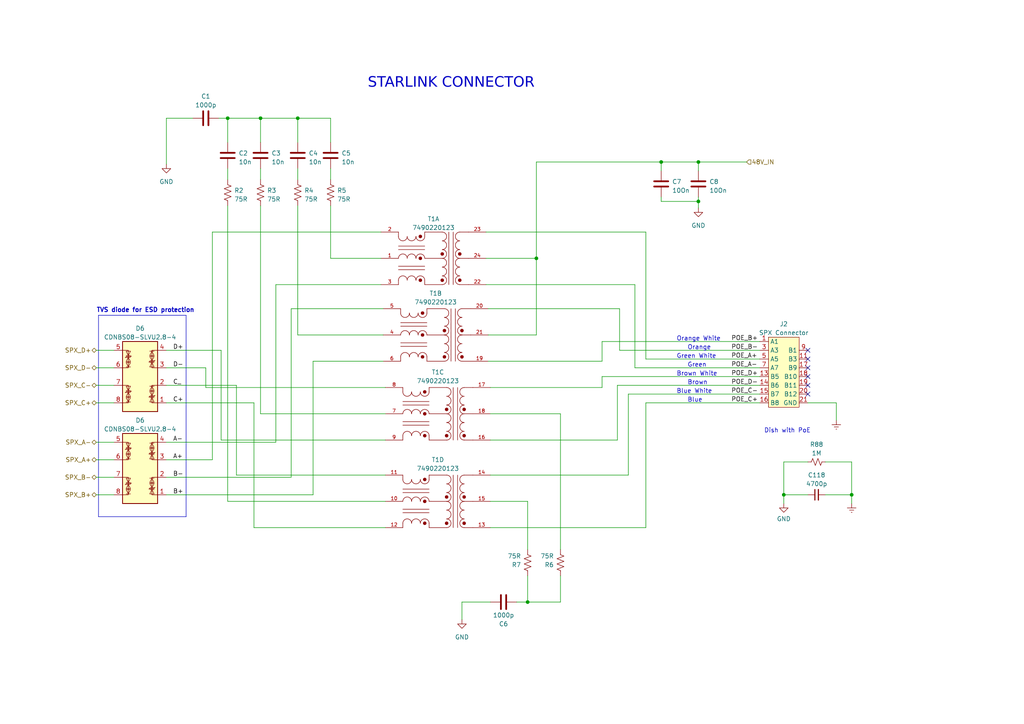
<source format=kicad_sch>
(kicad_sch (version 20230121) (generator eeschema)
  (paper "A4")
  (lib_symbols
    (symbol "7490220123:7490220123" (pin_names (offset 1.016))
      (property "Reference" "T" (at -10.6719 8.1359 0))
      (property "Value" "7490220123" (at -10.1614 -10.1627 0))
      (symbol "7490220123_1_0"
        (arc (start -10.16 6.35) (mid -8.89 5.0855) (end -7.62 6.35) (stroke (width 0.1524)))
        (arc (start -7.62 -6.35) (mid -8.89 -5.0855) (end -10.16 -6.35) (stroke (width 0.1524)))
        (arc (start -7.62 0) (mid -8.89 1.2645) (end -10.16 0) (stroke (width 0.1524)))
        (arc (start -7.62 6.35) (mid -6.35 5.0855) (end -5.08 6.35) (stroke (width 0.1524)))
        (arc (start -5.08 -6.35) (mid -6.35 -5.0855) (end -7.62 -6.35) (stroke (width 0.1524)))
        (arc (start -5.08 0) (mid -6.35 1.2645) (end -7.62 0) (stroke (width 0.1524)))
        (arc (start -5.08 6.35) (mid -3.81 5.0855) (end -2.54 6.35) (stroke (width 0.1524)))
        (circle (center -3.81 -6.35) (radius 0.254) (stroke (width 0.508)))
        (circle (center -3.81 0) (radius 0.254) (stroke (width 0.508)))
        (circle (center -3.81 6.35) (radius 0.254) (stroke (width 0.508)))
        (arc (start -2.54 -6.35) (mid -3.81 -5.0855) (end -5.08 -6.35) (stroke (width 0.1524)))
        (arc (start -2.54 0) (mid -3.81 1.2645) (end -5.08 0) (stroke (width 0.1524)))
        (polyline (pts (xy -10.16 -6.35) (xy -10.16 -7.62)) (stroke (width 0.1524)))
        (polyline (pts (xy -10.16 -3.302) (xy -2.54 -3.302)) (stroke (width 0.1524)))
        (polyline (pts (xy -10.16 -2.286) (xy -2.54 -2.286)) (stroke (width 0.1524)))
        (polyline (pts (xy -10.16 2.54) (xy -2.54 2.54)) (stroke (width 0.1524)))
        (polyline (pts (xy -10.16 3.556) (xy -2.54 3.556)) (stroke (width 0.1524)))
        (polyline (pts (xy -10.16 7.62) (xy -10.16 6.35)) (stroke (width 0.1524)))
        (polyline (pts (xy -2.54 -7.62) (xy 2.54 -7.62)) (stroke (width 0.1524)))
        (polyline (pts (xy -2.54 -6.35) (xy -2.54 -7.62)) (stroke (width 0.1524)))
        (polyline (pts (xy -2.54 0) (xy 2.54 0)) (stroke (width 0.1524)))
        (polyline (pts (xy -2.54 7.62) (xy -2.54 6.35)) (stroke (width 0.1524)))
        (polyline (pts (xy -2.54 7.62) (xy 2.54 7.62)) (stroke (width 0.1524)))
        (polyline (pts (xy 4.445 7.62) (xy 4.445 -7.62)) (stroke (width 0.1524)))
        (polyline (pts (xy 5.715 7.62) (xy 5.715 -7.62)) (stroke (width 0.1524)))
        (polyline (pts (xy 7.62 -7.62) (xy 10.16 -7.62)) (stroke (width 0.1524)))
        (polyline (pts (xy 7.62 0) (xy 10.16 0)) (stroke (width 0.1524)))
        (polyline (pts (xy 7.62 7.62) (xy 10.16 7.62)) (stroke (width 0.1524)))
        (arc (start 2.54 -7.62) (mid 3.8045 -6.35) (end 2.54 -5.08) (stroke (width 0.1524)))
        (circle (center 2.54 -6.35) (radius 0.254) (stroke (width 0.508)))
        (arc (start 2.54 -5.08) (mid 3.8045 -3.81) (end 2.54 -2.54) (stroke (width 0.1524)))
        (arc (start 2.54 -2.54) (mid 3.8045 -1.27) (end 2.54 0) (stroke (width 0.1524)))
        (arc (start 2.54 0) (mid 3.8045 1.27) (end 2.54 2.54) (stroke (width 0.1524)))
        (circle (center 2.54 1.27) (radius 0.254) (stroke (width 0.508)))
        (arc (start 2.54 2.54) (mid 3.8045 3.81) (end 2.54 5.08) (stroke (width 0.1524)))
        (arc (start 2.54 5.08) (mid 3.8045 6.35) (end 2.54 7.62) (stroke (width 0.1524)))
        (circle (center 7.62 -6.35) (radius 0.254) (stroke (width 0.508)))
        (arc (start 7.62 -5.08) (mid 6.3555 -6.35) (end 7.62 -7.62) (stroke (width 0.1524)))
        (arc (start 7.62 -2.54) (mid 6.3555 -3.81) (end 7.62 -5.08) (stroke (width 0.1524)))
        (arc (start 7.62 0) (mid 6.3555 -1.27) (end 7.62 -2.54) (stroke (width 0.1524)))
        (circle (center 7.62 1.27) (radius 0.254) (stroke (width 0.508)))
        (arc (start 7.62 2.54) (mid 6.3555 1.27) (end 7.62 0) (stroke (width 0.1524)))
        (arc (start 7.62 5.08) (mid 6.3555 3.81) (end 7.62 2.54) (stroke (width 0.1524)))
        (arc (start 7.62 7.62) (mid 6.3555 6.35) (end 7.62 5.08) (stroke (width 0.1524)))
        (pin passive line (at -15.24 0 0) (length 5.08) (name "~") (number "1"))
        (pin passive line (at -15.24 7.62 0) (length 5.08) (name "~") (number "2"))
        (pin passive line (at 15.24 -7.62 180) (length 5.08) (name "~") (number "22"))
        (pin passive line (at 15.24 7.62 180) (length 5.08) (name "~") (number "23"))
        (pin passive line (at 15.24 0 180) (length 5.08) (name "~") (number "24"))
        (pin passive line (at -15.24 -7.62 0) (length 5.08) (name "~") (number "3"))
      )
      (symbol "7490220123_2_0"
        (arc (start -10.16 6.35) (mid -8.89 5.0855) (end -7.62 6.35) (stroke (width 0.1524)))
        (arc (start -7.62 -6.35) (mid -8.89 -5.0855) (end -10.16 -6.35) (stroke (width 0.1524)))
        (arc (start -7.62 0) (mid -8.89 1.2645) (end -10.16 0) (stroke (width 0.1524)))
        (arc (start -7.62 6.35) (mid -6.35 5.0855) (end -5.08 6.35) (stroke (width 0.1524)))
        (arc (start -5.08 -6.35) (mid -6.35 -5.0855) (end -7.62 -6.35) (stroke (width 0.1524)))
        (arc (start -5.08 0) (mid -6.35 1.2645) (end -7.62 0) (stroke (width 0.1524)))
        (arc (start -5.08 6.35) (mid -3.81 5.0855) (end -2.54 6.35) (stroke (width 0.1524)))
        (circle (center -3.81 -6.35) (radius 0.254) (stroke (width 0.508)))
        (circle (center -3.81 0) (radius 0.254) (stroke (width 0.508)))
        (circle (center -3.81 6.35) (radius 0.254) (stroke (width 0.508)))
        (arc (start -2.54 -6.35) (mid -3.81 -5.0855) (end -5.08 -6.35) (stroke (width 0.1524)))
        (arc (start -2.54 0) (mid -3.81 1.2645) (end -5.08 0) (stroke (width 0.1524)))
        (polyline (pts (xy -10.16 -6.35) (xy -10.16 -7.62)) (stroke (width 0.1524)))
        (polyline (pts (xy -10.16 -3.302) (xy -2.54 -3.302)) (stroke (width 0.1524)))
        (polyline (pts (xy -10.16 -2.286) (xy -2.54 -2.286)) (stroke (width 0.1524)))
        (polyline (pts (xy -10.16 2.54) (xy -2.54 2.54)) (stroke (width 0.1524)))
        (polyline (pts (xy -10.16 3.556) (xy -2.54 3.556)) (stroke (width 0.1524)))
        (polyline (pts (xy -10.16 7.62) (xy -10.16 6.35)) (stroke (width 0.1524)))
        (polyline (pts (xy -2.54 -7.62) (xy 2.54 -7.62)) (stroke (width 0.1524)))
        (polyline (pts (xy -2.54 -6.35) (xy -2.54 -7.62)) (stroke (width 0.1524)))
        (polyline (pts (xy -2.54 0) (xy 2.54 0)) (stroke (width 0.1524)))
        (polyline (pts (xy -2.54 7.62) (xy -2.54 6.35)) (stroke (width 0.1524)))
        (polyline (pts (xy -2.54 7.62) (xy 2.54 7.62)) (stroke (width 0.1524)))
        (polyline (pts (xy 4.445 7.62) (xy 4.445 -7.62)) (stroke (width 0.1524)))
        (polyline (pts (xy 5.715 7.62) (xy 5.715 -7.62)) (stroke (width 0.1524)))
        (polyline (pts (xy 7.62 -7.62) (xy 10.16 -7.62)) (stroke (width 0.1524)))
        (polyline (pts (xy 7.62 0) (xy 10.16 0)) (stroke (width 0.1524)))
        (polyline (pts (xy 7.62 7.62) (xy 10.16 7.62)) (stroke (width 0.1524)))
        (arc (start 2.54 -7.62) (mid 3.8045 -6.35) (end 2.54 -5.08) (stroke (width 0.1524)))
        (circle (center 2.54 -6.35) (radius 0.254) (stroke (width 0.508)))
        (arc (start 2.54 -5.08) (mid 3.8045 -3.81) (end 2.54 -2.54) (stroke (width 0.1524)))
        (arc (start 2.54 -2.54) (mid 3.8045 -1.27) (end 2.54 0) (stroke (width 0.1524)))
        (arc (start 2.54 0) (mid 3.8045 1.27) (end 2.54 2.54) (stroke (width 0.1524)))
        (circle (center 2.54 1.27) (radius 0.254) (stroke (width 0.508)))
        (arc (start 2.54 2.54) (mid 3.8045 3.81) (end 2.54 5.08) (stroke (width 0.1524)))
        (arc (start 2.54 5.08) (mid 3.8045 6.35) (end 2.54 7.62) (stroke (width 0.1524)))
        (circle (center 7.62 -6.35) (radius 0.254) (stroke (width 0.508)))
        (arc (start 7.62 -5.08) (mid 6.3555 -6.35) (end 7.62 -7.62) (stroke (width 0.1524)))
        (arc (start 7.62 -2.54) (mid 6.3555 -3.81) (end 7.62 -5.08) (stroke (width 0.1524)))
        (arc (start 7.62 0) (mid 6.3555 -1.27) (end 7.62 -2.54) (stroke (width 0.1524)))
        (circle (center 7.62 1.27) (radius 0.254) (stroke (width 0.508)))
        (arc (start 7.62 2.54) (mid 6.3555 1.27) (end 7.62 0) (stroke (width 0.1524)))
        (arc (start 7.62 5.08) (mid 6.3555 3.81) (end 7.62 2.54) (stroke (width 0.1524)))
        (arc (start 7.62 7.62) (mid 6.3555 6.35) (end 7.62 5.08) (stroke (width 0.1524)))
        (pin passive line (at 15.24 -7.62 180) (length 5.08) (name "~") (number "19"))
        (pin passive line (at 15.24 7.62 180) (length 5.08) (name "~") (number "20"))
        (pin passive line (at 15.24 0 180) (length 5.08) (name "~") (number "21"))
        (pin passive line (at -15.24 0 0) (length 5.08) (name "~") (number "4"))
        (pin passive line (at -15.24 7.62 0) (length 5.08) (name "~") (number "5"))
        (pin passive line (at -15.24 -7.62 0) (length 5.08) (name "~") (number "6"))
      )
      (symbol "7490220123_3_0"
        (arc (start -10.16 6.35) (mid -8.89 5.0855) (end -7.62 6.35) (stroke (width 0.1524)))
        (arc (start -7.62 -6.35) (mid -8.89 -5.0855) (end -10.16 -6.35) (stroke (width 0.1524)))
        (arc (start -7.62 0) (mid -8.89 1.2645) (end -10.16 0) (stroke (width 0.1524)))
        (arc (start -7.62 6.35) (mid -6.35 5.0855) (end -5.08 6.35) (stroke (width 0.1524)))
        (arc (start -5.08 -6.35) (mid -6.35 -5.0855) (end -7.62 -6.35) (stroke (width 0.1524)))
        (arc (start -5.08 0) (mid -6.35 1.2645) (end -7.62 0) (stroke (width 0.1524)))
        (arc (start -5.08 6.35) (mid -3.81 5.0855) (end -2.54 6.35) (stroke (width 0.1524)))
        (circle (center -3.81 -6.35) (radius 0.254) (stroke (width 0.508)))
        (circle (center -3.81 0) (radius 0.254) (stroke (width 0.508)))
        (circle (center -3.81 6.35) (radius 0.254) (stroke (width 0.508)))
        (arc (start -2.54 -6.35) (mid -3.81 -5.0855) (end -5.08 -6.35) (stroke (width 0.1524)))
        (arc (start -2.54 0) (mid -3.81 1.2645) (end -5.08 0) (stroke (width 0.1524)))
        (polyline (pts (xy -10.16 -6.35) (xy -10.16 -7.62)) (stroke (width 0.1524)))
        (polyline (pts (xy -10.16 -3.302) (xy -2.54 -3.302)) (stroke (width 0.1524)))
        (polyline (pts (xy -10.16 -2.286) (xy -2.54 -2.286)) (stroke (width 0.1524)))
        (polyline (pts (xy -10.16 2.54) (xy -2.54 2.54)) (stroke (width 0.1524)))
        (polyline (pts (xy -10.16 3.556) (xy -2.54 3.556)) (stroke (width 0.1524)))
        (polyline (pts (xy -10.16 7.62) (xy -10.16 6.35)) (stroke (width 0.1524)))
        (polyline (pts (xy -2.54 -7.62) (xy 2.54 -7.62)) (stroke (width 0.1524)))
        (polyline (pts (xy -2.54 -6.35) (xy -2.54 -7.62)) (stroke (width 0.1524)))
        (polyline (pts (xy -2.54 0) (xy 2.54 0)) (stroke (width 0.1524)))
        (polyline (pts (xy -2.54 7.62) (xy -2.54 6.35)) (stroke (width 0.1524)))
        (polyline (pts (xy -2.54 7.62) (xy 2.54 7.62)) (stroke (width 0.1524)))
        (polyline (pts (xy 4.445 7.62) (xy 4.445 -7.62)) (stroke (width 0.1524)))
        (polyline (pts (xy 5.715 7.62) (xy 5.715 -7.62)) (stroke (width 0.1524)))
        (polyline (pts (xy 7.62 -7.62) (xy 10.16 -7.62)) (stroke (width 0.1524)))
        (polyline (pts (xy 7.62 0) (xy 10.16 0)) (stroke (width 0.1524)))
        (polyline (pts (xy 7.62 7.62) (xy 10.16 7.62)) (stroke (width 0.1524)))
        (arc (start 2.54 -7.62) (mid 3.8045 -6.35) (end 2.54 -5.08) (stroke (width 0.1524)))
        (circle (center 2.54 -6.35) (radius 0.254) (stroke (width 0.508)))
        (arc (start 2.54 -5.08) (mid 3.8045 -3.81) (end 2.54 -2.54) (stroke (width 0.1524)))
        (arc (start 2.54 -2.54) (mid 3.8045 -1.27) (end 2.54 0) (stroke (width 0.1524)))
        (arc (start 2.54 0) (mid 3.8045 1.27) (end 2.54 2.54) (stroke (width 0.1524)))
        (circle (center 2.54 1.27) (radius 0.254) (stroke (width 0.508)))
        (arc (start 2.54 2.54) (mid 3.8045 3.81) (end 2.54 5.08) (stroke (width 0.1524)))
        (arc (start 2.54 5.08) (mid 3.8045 6.35) (end 2.54 7.62) (stroke (width 0.1524)))
        (circle (center 7.62 -6.35) (radius 0.254) (stroke (width 0.508)))
        (arc (start 7.62 -5.08) (mid 6.3555 -6.35) (end 7.62 -7.62) (stroke (width 0.1524)))
        (arc (start 7.62 -2.54) (mid 6.3555 -3.81) (end 7.62 -5.08) (stroke (width 0.1524)))
        (arc (start 7.62 0) (mid 6.3555 -1.27) (end 7.62 -2.54) (stroke (width 0.1524)))
        (circle (center 7.62 1.27) (radius 0.254) (stroke (width 0.508)))
        (arc (start 7.62 2.54) (mid 6.3555 1.27) (end 7.62 0) (stroke (width 0.1524)))
        (arc (start 7.62 5.08) (mid 6.3555 3.81) (end 7.62 2.54) (stroke (width 0.1524)))
        (arc (start 7.62 7.62) (mid 6.3555 6.35) (end 7.62 5.08) (stroke (width 0.1524)))
        (pin passive line (at 15.24 -7.62 180) (length 5.08) (name "~") (number "16"))
        (pin passive line (at 15.24 7.62 180) (length 5.08) (name "~") (number "17"))
        (pin passive line (at 15.24 0 180) (length 5.08) (name "~") (number "18"))
        (pin passive line (at -15.24 0 0) (length 5.08) (name "~") (number "7"))
        (pin passive line (at -15.24 7.62 0) (length 5.08) (name "~") (number "8"))
        (pin passive line (at -15.24 -7.62 0) (length 5.08) (name "~") (number "9"))
      )
      (symbol "7490220123_4_0"
        (arc (start -10.16 6.35) (mid -8.89 5.0855) (end -7.62 6.35) (stroke (width 0.1524)))
        (arc (start -7.62 -6.35) (mid -8.89 -5.0855) (end -10.16 -6.35) (stroke (width 0.1524)))
        (arc (start -7.62 0) (mid -8.89 1.2645) (end -10.16 0) (stroke (width 0.1524)))
        (arc (start -7.62 6.35) (mid -6.35 5.0855) (end -5.08 6.35) (stroke (width 0.1524)))
        (arc (start -5.08 -6.35) (mid -6.35 -5.0855) (end -7.62 -6.35) (stroke (width 0.1524)))
        (arc (start -5.08 0) (mid -6.35 1.2645) (end -7.62 0) (stroke (width 0.1524)))
        (arc (start -5.08 6.35) (mid -3.81 5.0855) (end -2.54 6.35) (stroke (width 0.1524)))
        (circle (center -3.81 -6.35) (radius 0.254) (stroke (width 0.508)))
        (circle (center -3.81 0) (radius 0.254) (stroke (width 0.508)))
        (circle (center -3.81 6.35) (radius 0.254) (stroke (width 0.508)))
        (arc (start -2.54 -6.35) (mid -3.81 -5.0855) (end -5.08 -6.35) (stroke (width 0.1524)))
        (arc (start -2.54 0) (mid -3.81 1.2645) (end -5.08 0) (stroke (width 0.1524)))
        (polyline (pts (xy -10.16 -6.35) (xy -10.16 -7.62)) (stroke (width 0.1524)))
        (polyline (pts (xy -10.16 -3.302) (xy -2.54 -3.302)) (stroke (width 0.1524)))
        (polyline (pts (xy -10.16 -2.286) (xy -2.54 -2.286)) (stroke (width 0.1524)))
        (polyline (pts (xy -10.16 2.54) (xy -2.54 2.54)) (stroke (width 0.1524)))
        (polyline (pts (xy -10.16 3.556) (xy -2.54 3.556)) (stroke (width 0.1524)))
        (polyline (pts (xy -10.16 7.62) (xy -10.16 6.35)) (stroke (width 0.1524)))
        (polyline (pts (xy -2.54 -7.62) (xy 2.54 -7.62)) (stroke (width 0.1524)))
        (polyline (pts (xy -2.54 -6.35) (xy -2.54 -7.62)) (stroke (width 0.1524)))
        (polyline (pts (xy -2.54 0) (xy 2.54 0)) (stroke (width 0.1524)))
        (polyline (pts (xy -2.54 7.62) (xy -2.54 6.35)) (stroke (width 0.1524)))
        (polyline (pts (xy -2.54 7.62) (xy 2.54 7.62)) (stroke (width 0.1524)))
        (polyline (pts (xy 4.445 7.62) (xy 4.445 -7.62)) (stroke (width 0.1524)))
        (polyline (pts (xy 5.715 7.62) (xy 5.715 -7.62)) (stroke (width 0.1524)))
        (polyline (pts (xy 7.62 -7.62) (xy 10.16 -7.62)) (stroke (width 0.1524)))
        (polyline (pts (xy 7.62 0) (xy 10.16 0)) (stroke (width 0.1524)))
        (polyline (pts (xy 7.62 7.62) (xy 10.16 7.62)) (stroke (width 0.1524)))
        (arc (start 2.54 -7.62) (mid 3.8045 -6.35) (end 2.54 -5.08) (stroke (width 0.1524)))
        (circle (center 2.54 -6.35) (radius 0.254) (stroke (width 0.508)))
        (arc (start 2.54 -5.08) (mid 3.8045 -3.81) (end 2.54 -2.54) (stroke (width 0.1524)))
        (arc (start 2.54 -2.54) (mid 3.8045 -1.27) (end 2.54 0) (stroke (width 0.1524)))
        (arc (start 2.54 0) (mid 3.8045 1.27) (end 2.54 2.54) (stroke (width 0.1524)))
        (circle (center 2.54 1.27) (radius 0.254) (stroke (width 0.508)))
        (arc (start 2.54 2.54) (mid 3.8045 3.81) (end 2.54 5.08) (stroke (width 0.1524)))
        (arc (start 2.54 5.08) (mid 3.8045 6.35) (end 2.54 7.62) (stroke (width 0.1524)))
        (circle (center 7.62 -6.35) (radius 0.254) (stroke (width 0.508)))
        (arc (start 7.62 -5.08) (mid 6.3555 -6.35) (end 7.62 -7.62) (stroke (width 0.1524)))
        (arc (start 7.62 -2.54) (mid 6.3555 -3.81) (end 7.62 -5.08) (stroke (width 0.1524)))
        (arc (start 7.62 0) (mid 6.3555 -1.27) (end 7.62 -2.54) (stroke (width 0.1524)))
        (circle (center 7.62 1.27) (radius 0.254) (stroke (width 0.508)))
        (arc (start 7.62 2.54) (mid 6.3555 1.27) (end 7.62 0) (stroke (width 0.1524)))
        (arc (start 7.62 5.08) (mid 6.3555 3.81) (end 7.62 2.54) (stroke (width 0.1524)))
        (arc (start 7.62 7.62) (mid 6.3555 6.35) (end 7.62 5.08) (stroke (width 0.1524)))
        (pin passive line (at -15.24 0 0) (length 5.08) (name "~") (number "10"))
        (pin passive line (at -15.24 7.62 0) (length 5.08) (name "~") (number "11"))
        (pin passive line (at -15.24 -7.62 0) (length 5.08) (name "~") (number "12"))
        (pin passive line (at 15.24 -7.62 180) (length 5.08) (name "~") (number "13"))
        (pin passive line (at 15.24 7.62 180) (length 5.08) (name "~") (number "14"))
        (pin passive line (at 15.24 0 180) (length 5.08) (name "~") (number "15"))
      )
    )
    (symbol "Device:C" (pin_numbers hide) (pin_names (offset 0.254))
      (property "Reference" "C" (at 0.635 2.54 0))
      (property "Value" "C" (at 0.635 -2.54 0))
      (symbol "C_0_1"
        (polyline (pts (xy -2.032 -0.762) (xy 2.032 -0.762)) (stroke (width 0.508)))
        (polyline (pts (xy -2.032 0.762) (xy 2.032 0.762)) (stroke (width 0.508)))
      )
      (symbol "C_1_1"
        (pin passive line (at 0 3.81 270) (length 2.794) (name "~") (number "1"))
        (pin passive line (at 0 -3.81 90) (length 2.794) (name "~") (number "2"))
      )
    )
    (symbol "Device:C_Small" (pin_numbers hide) (pin_names (offset 0.254) hide)
      (property "Reference" "C" (at 0.254 1.778 0))
      (property "Value" "C_Small" (at 0.254 -2.032 0))
      (symbol "C_Small_0_1"
        (polyline (pts (xy -1.524 -0.508) (xy 1.524 -0.508)) (stroke (width 0.3302)))
        (polyline (pts (xy -1.524 0.508) (xy 1.524 0.508)) (stroke (width 0.3048)))
      )
      (symbol "C_Small_1_1"
        (pin passive line (at 0 2.54 270) (length 2.032) (name "~") (number "1"))
        (pin passive line (at 0 -2.54 90) (length 2.032) (name "~") (number "2"))
      )
    )
    (symbol "Device:R_Small_US" (pin_numbers hide) (pin_names (offset 0.254) hide)
      (property "Reference" "R" (at 0.762 0.508 0))
      (property "Value" "R_Small_US" (at 0.762 -1.016 0))
      (symbol "R_Small_US_1_1"
        (polyline (pts (xy 0 0) (xy 1.016 -0.381) (xy 0 -0.762) (xy -1.016 -1.143) (xy 0 -1.524)))
        (polyline (pts (xy 0 1.524) (xy 1.016 1.143) (xy 0 0.762) (xy -1.016 0.381) (xy 0 0)))
        (pin passive line (at 0 2.54 270) (length 1.016) (name "~") (number "1"))
        (pin passive line (at 0 -2.54 90) (length 1.016) (name "~") (number "2"))
      )
    )
    (symbol "Device:R_US" (pin_numbers hide) (pin_names (offset 0))
      (property "Reference" "R" (at 2.54 0 90))
      (property "Value" "R_US" (at -2.54 0 90))
      (symbol "R_US_0_1"
        (polyline (pts (xy 0 -2.286) (xy 0 -2.54)))
        (polyline (pts (xy 0 2.286) (xy 0 2.54)))
        (polyline (pts (xy 0 -0.762) (xy 1.016 -1.143) (xy 0 -1.524) (xy -1.016 -1.905) (xy 0 -2.286)))
        (polyline (pts (xy 0 0.762) (xy 1.016 0.381) (xy 0 0) (xy -1.016 -0.381) (xy 0 -0.762)))
        (polyline (pts (xy 0 2.286) (xy 1.016 1.905) (xy 0 1.524) (xy -1.016 1.143) (xy 0 0.762)))
      )
      (symbol "R_US_1_1"
        (pin passive line (at 0 3.81 270) (length 1.27) (name "~") (number "1"))
        (pin passive line (at 0 -3.81 90) (length 1.27) (name "~") (number "2"))
      )
    )
    (symbol "ECAD_Symbol:SPX_Connector"
      (property "Reference" "J2" (at 0.635 13.97 0))
      (property "Value" "SPX Connector" (at 0.635 11.43 0))
      (symbol "SPX_Connector_0_0"
        (pin passive line (at -6.35 8.89 0) (length 2.54) (name "A1") (number "1"))
        (pin passive line (at 7.62 6.35 180) (length 2.54) hide (name "B2") (number "10"))
        (pin passive line (at 7.62 3.81 180) (length 2.54) (name "B3") (number "11"))
        (pin passive line (at 7.62 3.81 180) (length 2.54) hide (name "B4") (number "12"))
        (pin passive line (at -6.35 -1.27 0) (length 2.54) (name "B5") (number "13"))
        (pin passive line (at -6.35 -3.81 0) (length 2.54) (name "B6") (number "14"))
        (pin passive line (at -6.35 -6.35 0) (length 2.54) (name "B7") (number "15"))
        (pin passive line (at -6.35 -8.89 0) (length 2.54) (name "B8") (number "16"))
        (pin passive line (at 7.62 1.27 180) (length 2.54) (name "B9") (number "17"))
        (pin passive line (at 7.62 -1.27 180) (length 2.54) (name "B10") (number "18"))
        (pin passive line (at 7.62 -3.81 180) (length 2.54) (name "B11") (number "19"))
        (pin passive line (at -6.35 8.89 0) (length 2.54) hide (name "A2") (number "2"))
        (pin passive line (at 7.62 -6.35 180) (length 2.54) (name "B12") (number "20"))
        (pin power_in line (at 7.62 -8.89 180) (length 2.54) (name "GND") (number "21"))
        (pin passive line (at -6.35 6.35 0) (length 2.54) (name "A3") (number "3"))
        (pin passive line (at -6.35 6.35 0) (length 2.54) hide (name "A4") (number "4"))
        (pin passive line (at -6.35 3.81 0) (length 2.54) (name "A5") (number "5"))
        (pin passive line (at -6.35 3.81 0) (length 2.54) hide (name "A6") (number "6"))
        (pin passive line (at -6.35 1.27 0) (length 2.54) (name "A7") (number "7"))
        (pin passive line (at -6.35 1.27 0) (length 2.54) hide (name "A8") (number "8"))
        (pin passive line (at 7.62 6.35 180) (length 2.54) (name "B1") (number "9"))
      )
      (symbol "SPX_Connector_0_1"
        (rectangle (start -3.81 10.16) (end 5.08 -10.16) (fill (type background)))
      )
    )
    (symbol "Power_Protection:CDNBS08-SLVU2.8-4" (pin_names hide)
      (property "Reference" "D" (at 1.27 11.43 0))
      (property "Value" "CDNBS08-SLVU2.8-4" (at -8.89 -11.43 0))
      (symbol "CDNBS08-SLVU2.8-4_0_1"
        (rectangle (start -5.08 10.16) (end 5.08 -10.16) (stroke (width 0.254)) (fill (type background)))
        (polyline (pts (xy -5.08 -7.62) (xy -3.429 -7.62)))
        (polyline (pts (xy -5.08 -2.54) (xy -3.429 -2.54)))
        (polyline (pts (xy -5.08 2.54) (xy -3.429 2.54)))
        (polyline (pts (xy -5.08 7.62) (xy -3.429 7.62)))
        (polyline (pts (xy -4.318 -4.699) (xy -4.191 -4.572)))
        (polyline (pts (xy -4.318 5.461) (xy -4.191 5.588)))
        (polyline (pts (xy -4.064 -7.366) (xy -2.794 -7.366)))
        (polyline (pts (xy -4.064 -4.064) (xy -2.794 -4.064)))
        (polyline (pts (xy -4.064 2.794) (xy -2.794 2.794)))
        (polyline (pts (xy -4.064 6.096) (xy -2.794 6.096)))
        (polyline (pts (xy -3.429 -7.62) (xy -3.429 -2.54)))
        (polyline (pts (xy -3.429 2.54) (xy -3.429 7.62)))
        (polyline (pts (xy 3.429 -2.54) (xy 3.429 -7.62)))
        (polyline (pts (xy 3.429 7.62) (xy 3.429 2.54)))
        (polyline (pts (xy 4.064 -6.096) (xy 2.794 -6.096)))
        (polyline (pts (xy 4.064 -2.794) (xy 2.794 -2.794)))
        (polyline (pts (xy 4.064 4.064) (xy 2.794 4.064)))
        (polyline (pts (xy 4.064 7.366) (xy 2.794 7.366)))
        (polyline (pts (xy 4.318 -5.461) (xy 4.191 -5.588)))
        (polyline (pts (xy 4.318 4.699) (xy 4.191 4.572)))
        (polyline (pts (xy 5.08 -7.62) (xy 3.429 -7.62)))
        (polyline (pts (xy 5.08 -2.54) (xy 3.429 -2.54)))
        (polyline (pts (xy 5.08 2.54) (xy 3.429 2.54)))
        (polyline (pts (xy 5.08 7.62) (xy 3.429 7.62)))
        (polyline (pts (xy -4.191 -4.572) (xy -3.937 -4.318) (xy -2.667 -4.318)))
        (polyline (pts (xy -4.191 -4.572) (xy -2.921 -4.572) (xy -2.54 -4.191)))
        (polyline (pts (xy -4.191 5.588) (xy -3.937 5.842) (xy -2.667 5.842)))
        (polyline (pts (xy -4.191 5.588) (xy -2.921 5.588) (xy -2.54 5.969)))
        (polyline (pts (xy 4.191 -5.588) (xy 2.921 -5.588) (xy 2.54 -5.969)))
        (polyline (pts (xy 4.191 -5.588) (xy 3.937 -5.842) (xy 2.667 -5.842)))
        (polyline (pts (xy 4.191 4.572) (xy 2.921 4.572) (xy 2.54 4.191)))
        (polyline (pts (xy 4.191 4.572) (xy 3.937 4.318) (xy 2.667 4.318)))
        (polyline (pts (xy -3.429 -7.366) (xy -4.064 -6.096) (xy -2.794 -6.096) (xy -3.429 -7.366)))
        (polyline (pts (xy -3.429 -4.572) (xy -2.794 -5.842) (xy -4.064 -5.842) (xy -3.429 -4.572)))
        (polyline (pts (xy -3.429 -4.064) (xy -4.064 -2.794) (xy -2.794 -2.794) (xy -3.429 -4.064)))
        (polyline (pts (xy -3.429 2.794) (xy -4.064 4.064) (xy -2.794 4.064) (xy -3.429 2.794)))
        (polyline (pts (xy -3.429 5.588) (xy -2.794 4.318) (xy -4.064 4.318) (xy -3.429 5.588)))
        (polyline (pts (xy -3.429 6.096) (xy -4.064 7.366) (xy -2.794 7.366) (xy -3.429 6.096)))
        (polyline (pts (xy 3.429 -6.096) (xy 4.064 -7.366) (xy 2.794 -7.366) (xy 3.429 -6.096)))
        (polyline (pts (xy 3.429 -5.588) (xy 2.794 -4.318) (xy 4.064 -4.318) (xy 3.429 -5.588)))
        (polyline (pts (xy 3.429 -2.794) (xy 4.064 -4.064) (xy 2.794 -4.064) (xy 3.429 -2.794)))
        (polyline (pts (xy 3.429 4.064) (xy 4.064 2.794) (xy 2.794 2.794) (xy 3.429 4.064)))
        (polyline (pts (xy 3.429 4.572) (xy 2.794 5.842) (xy 4.064 5.842) (xy 3.429 4.572)))
        (polyline (pts (xy 3.429 7.366) (xy 4.064 6.096) (xy 2.794 6.096) (xy 3.429 7.366)))
      )
      (symbol "CDNBS08-SLVU2.8-4_1_1"
        (pin passive line (at 7.62 -7.62 180) (length 2.54) (name "TVS1") (number "1"))
        (pin passive line (at 7.62 -2.54 180) (length 2.54) (name "TVS2") (number "2"))
        (pin passive line (at 7.62 2.54 180) (length 2.54) (name "TVS1") (number "3"))
        (pin passive line (at 7.62 7.62 180) (length 2.54) (name "TVS2") (number "4"))
        (pin passive line (at -7.62 7.62 0) (length 2.54) (name "TVS1") (number "5"))
        (pin passive line (at -7.62 2.54 0) (length 2.54) (name "TVS2") (number "6"))
        (pin passive line (at -7.62 -2.54 0) (length 2.54) (name "TVS1") (number "7"))
        (pin passive line (at -7.62 -7.62 0) (length 2.54) (name "TVS2") (number "8"))
      )
    )
    (symbol "power:Earth" (power) (pin_names (offset 0))
      (symbol "Earth_0_1"
        (polyline (pts (xy -0.635 -1.905) (xy 0.635 -1.905)))
        (polyline (pts (xy -0.127 -2.54) (xy 0.127 -2.54)))
        (polyline (pts (xy 0 -1.27) (xy 0 0)))
        (polyline (pts (xy 1.27 -1.27) (xy -1.27 -1.27)))
      )
      (symbol "Earth_1_1"
        (pin power_in line (at 0 0 270) (length 0) hide (name "Earth") (number "1"))
      )
    )
    (symbol "power:GND" (power) (pin_names (offset 0))
      (property "Value" "GND" (at 0 -3.81 0))
      (symbol "GND_0_1"
        (polyline (pts (xy 0 0) (xy 0 -1.27) (xy 1.27 -1.27) (xy 0 -2.54) (xy -1.27 -1.27) (xy 0 -1.27)))
      )
      (symbol "GND_1_1"
        (pin power_in line (at 0 0 270) (length 0) hide (name "GND") (number "1"))
      )
    )
  )
  (junction (at 66.04 34.29))
  (junction (at 153.035 174.625))
  (junction (at 247.015 143.51))
  (junction (at 155.575 74.93))
  (junction (at 86.36 34.29))
  (junction (at 227.33 143.51))
  (junction (at 202.565 46.99))
  (junction (at 202.565 58.42))
  (junction (at 191.77 46.99))
  (junction (at 75.565 34.29))
  (no_connect (at 234.315 101.6))
  (no_connect (at 234.315 104.14))
  (no_connect (at 234.315 114.3))
  (no_connect (at 234.315 109.22))
  (no_connect (at 234.315 106.68))
  (no_connect (at 234.315 111.76))
  (wire (pts (xy 247.015 133.985) (xy 247.015 143.51)))
  (wire (pts (xy 184.15 82.55) (xy 184.15 106.68)))
  (wire (pts (xy 162.56 159.385) (xy 162.56 120.015)))
  (wire (pts (xy 90.805 104.775) (xy 111.125 104.775)))
  (wire (pts (xy 86.36 59.69) (xy 86.36 97.155)))
  (wire (pts (xy 27.94 143.51) (xy 33.02 143.51)))
  (wire (pts (xy 86.36 48.895) (xy 86.36 52.07)))
  (wire (pts (xy 61.595 67.31) (xy 110.49 67.31)))
  (wire (pts (xy 142.24 127.635) (xy 179.07 127.635)))
  (wire (pts (xy 66.04 145.415) (xy 111.76 145.415)))
  (wire (pts (xy 61.595 133.35) (xy 48.26 133.35)))
  (wire (pts (xy 239.395 143.51) (xy 247.015 143.51)))
  (wire (pts (xy 133.985 174.625) (xy 142.24 174.625)))
  (wire (pts (xy 162.56 174.625) (xy 153.035 174.625)))
  (wire (pts (xy 153.035 167.005) (xy 153.035 174.625)))
  (wire (pts (xy 187.325 67.31) (xy 140.97 67.31)))
  (wire (pts (xy 84.455 89.535) (xy 84.455 138.43)))
  (wire (pts (xy 27.94 128.27) (xy 33.02 128.27)))
  (wire (pts (xy 27.94 133.35) (xy 33.02 133.35)))
  (wire (pts (xy 155.575 46.99) (xy 191.77 46.99)))
  (wire (pts (xy 80.01 128.27) (xy 48.26 128.27)))
  (wire (pts (xy 242.57 121.92) (xy 242.57 116.84)))
  (wire (pts (xy 174.625 99.06) (xy 220.345 99.06)))
  (wire (pts (xy 27.94 101.6) (xy 33.02 101.6)))
  (wire (pts (xy 202.565 57.15) (xy 202.565 58.42)))
  (wire (pts (xy 191.77 58.42) (xy 202.565 58.42)))
  (wire (pts (xy 48.26 101.6) (xy 64.135 101.6)))
  (wire (pts (xy 75.565 120.015) (xy 111.76 120.015)))
  (wire (pts (xy 84.455 138.43) (xy 48.26 138.43)))
  (wire (pts (xy 95.885 48.895) (xy 95.885 52.07)))
  (wire (pts (xy 75.565 34.29) (xy 75.565 41.275)))
  (wire (pts (xy 187.325 116.84) (xy 220.345 116.84)))
  (wire (pts (xy 75.565 59.69) (xy 75.565 120.015)))
  (wire (pts (xy 155.575 74.93) (xy 155.575 97.155)))
  (wire (pts (xy 64.135 101.6) (xy 64.135 127.635)))
  (wire (pts (xy 84.455 89.535) (xy 111.125 89.535)))
  (wire (pts (xy 61.595 67.31) (xy 61.595 133.35)))
  (wire (pts (xy 75.565 48.895) (xy 75.565 52.07)))
  (wire (pts (xy 27.94 116.84) (xy 33.02 116.84)))
  (wire (pts (xy 66.04 59.69) (xy 66.04 145.415)))
  (wire (pts (xy 141.605 89.535) (xy 179.705 89.535)))
  (wire (pts (xy 239.395 133.985) (xy 247.015 133.985)))
  (wire (pts (xy 227.33 146.05) (xy 227.33 143.51)))
  (wire (pts (xy 187.325 104.14) (xy 187.325 67.31)))
  (wire (pts (xy 95.885 59.69) (xy 95.885 74.93)))
  (polyline (pts (xy 28.575 91.44) (xy 28.575 149.86)))
  (wire (pts (xy 191.77 46.99) (xy 191.77 49.53)))
  (wire (pts (xy 182.245 114.3) (xy 220.345 114.3)))
  (wire (pts (xy 66.04 41.275) (xy 66.04 34.29)))
  (wire (pts (xy 142.24 145.415) (xy 153.035 145.415)))
  (wire (pts (xy 202.565 46.99) (xy 202.565 49.53)))
  (wire (pts (xy 90.805 143.51) (xy 48.26 143.51)))
  (wire (pts (xy 179.07 111.76) (xy 220.345 111.76)))
  (wire (pts (xy 174.625 112.395) (xy 174.625 109.22)))
  (wire (pts (xy 140.97 82.55) (xy 184.15 82.55)))
  (wire (pts (xy 227.33 143.51) (xy 234.315 143.51)))
  (wire (pts (xy 141.605 104.775) (xy 174.625 104.775)))
  (wire (pts (xy 142.24 112.395) (xy 174.625 112.395)))
  (wire (pts (xy 80.01 82.55) (xy 110.49 82.55)))
  (wire (pts (xy 179.705 101.6) (xy 220.345 101.6)))
  (wire (pts (xy 155.575 46.99) (xy 155.575 74.93)))
  (wire (pts (xy 73.66 116.84) (xy 48.26 116.84)))
  (wire (pts (xy 80.01 82.55) (xy 80.01 128.27)))
  (wire (pts (xy 202.565 46.99) (xy 216.535 46.99)))
  (wire (pts (xy 73.66 153.035) (xy 111.76 153.035)))
  (wire (pts (xy 66.04 34.29) (xy 75.565 34.29)))
  (wire (pts (xy 48.26 47.625) (xy 48.26 34.29)))
  (wire (pts (xy 140.97 74.93) (xy 155.575 74.93)))
  (wire (pts (xy 162.56 167.005) (xy 162.56 174.625)))
  (wire (pts (xy 68.58 137.795) (xy 68.58 111.76)))
  (wire (pts (xy 142.24 153.035) (xy 187.325 153.035)))
  (wire (pts (xy 86.36 97.155) (xy 111.125 97.155)))
  (wire (pts (xy 227.33 133.985) (xy 234.315 133.985)))
  (wire (pts (xy 64.135 127.635) (xy 111.76 127.635)))
  (wire (pts (xy 68.58 111.76) (xy 48.26 111.76)))
  (wire (pts (xy 191.77 57.15) (xy 191.77 58.42)))
  (wire (pts (xy 27.94 111.76) (xy 33.02 111.76)))
  (wire (pts (xy 59.69 112.395) (xy 111.76 112.395)))
  (wire (pts (xy 95.885 34.29) (xy 95.885 41.275)))
  (wire (pts (xy 48.26 34.29) (xy 55.88 34.29)))
  (wire (pts (xy 27.94 106.68) (xy 33.02 106.68)))
  (wire (pts (xy 48.26 106.68) (xy 59.69 106.68)))
  (wire (pts (xy 27.94 138.43) (xy 33.02 138.43)))
  (wire (pts (xy 142.24 137.795) (xy 182.245 137.795)))
  (wire (pts (xy 179.705 89.535) (xy 179.705 101.6)))
  (wire (pts (xy 90.805 104.775) (xy 90.805 143.51)))
  (wire (pts (xy 153.035 174.625) (xy 149.86 174.625)))
  (wire (pts (xy 184.15 106.68) (xy 220.345 106.68)))
  (wire (pts (xy 234.315 116.84) (xy 242.57 116.84)))
  (polyline (pts (xy 28.575 91.44) (xy 53.975 91.44)))
  (wire (pts (xy 133.985 179.705) (xy 133.985 174.625)))
  (wire (pts (xy 95.885 74.93) (xy 110.49 74.93)))
  (wire (pts (xy 86.36 41.275) (xy 86.36 34.29)))
  (wire (pts (xy 202.565 58.42) (xy 202.565 60.325)))
  (wire (pts (xy 66.04 48.895) (xy 66.04 52.07)))
  (wire (pts (xy 63.5 34.29) (xy 66.04 34.29)))
  (wire (pts (xy 179.07 127.635) (xy 179.07 111.76)))
  (wire (pts (xy 174.625 109.22) (xy 220.345 109.22)))
  (wire (pts (xy 59.69 112.395) (xy 59.69 106.68)))
  (polyline (pts (xy 28.575 149.86) (xy 53.975 149.86)))
  (wire (pts (xy 111.76 137.795) (xy 68.58 137.795)))
  (wire (pts (xy 73.66 116.84) (xy 73.66 153.035)))
  (wire (pts (xy 162.56 120.015) (xy 142.24 120.015)))
  (wire (pts (xy 227.33 143.51) (xy 227.33 133.985)))
  (wire (pts (xy 220.345 104.14) (xy 187.325 104.14)))
  (wire (pts (xy 155.575 97.155) (xy 141.605 97.155)))
  (wire (pts (xy 191.77 46.99) (xy 202.565 46.99)))
  (wire (pts (xy 153.035 145.415) (xy 153.035 159.385)))
  (wire (pts (xy 247.015 143.51) (xy 247.015 146.05)))
  (wire (pts (xy 174.625 104.775) (xy 174.625 99.06)))
  (wire (pts (xy 86.36 34.29) (xy 95.885 34.29)))
  (wire (pts (xy 187.325 153.035) (xy 187.325 116.84)))
  (polyline (pts (xy 53.975 149.86) (xy 53.975 91.44)))
  (wire (pts (xy 75.565 34.29) (xy 86.36 34.29)))
  (wire (pts (xy 182.245 137.795) (xy 182.245 114.3)))
  (text "TVS diode for ESD protection" (at 27.94 90.805 0) (effects (font (size 1.27 1.27) bold) (justify left bottom)))
  (text "Green" (at 199.39 106.68 0) (effects (font (size 1.27 1.27)) (justify left bottom)))
  (text "Blue" (at 199.39 116.84 0) (effects (font (size 1.27 1.27)) (justify left bottom)))
  (text "Blue White" (at 196.215 114.3 0) (effects (font (size 1.27 1.27)) (justify left bottom)))
  (text "STARLINK CONNECTOR" (at 106.68 26.67 0) (effects (font (size 3 3)) (justify left bottom)))
  (text "Brown White" (at 196.215 109.22 0) (effects (font (size 1.27 1.27)) (justify left bottom)))
  (text "Dish with PoE" (at 221.615 125.73 0) (effects (font (size 1.27 1.27)) (justify left bottom)))
  (text "Orange White" (at 196.215 99.06 0) (effects (font (size 1.27 1.27)) (justify left bottom)))
  (text "Green White" (at 196.215 104.14 0) (effects (font (size 1.27 1.27)) (justify left bottom)))
  (text "Brown " (at 199.39 111.76 0) (effects (font (size 1.27 1.27)) (justify left bottom)))
  (text "Orange" (at 199.39 101.6 0) (effects (font (size 1.27 1.27)) (justify left bottom)))
  (label "POE_D-" (at 212.09 111.76 0))
  (label "POE_D+" (at 212.09 109.22 0))
  (label "POE_A-" (at 212.09 106.68 0))
  (label "POE_C+" (at 212.09 116.84 0))
  (label "C_" (at 50.165 111.76 0))
  (label "POE_A+" (at 212.09 104.14 0))
  (label "B-" (at 50.165 138.43 0))
  (label "C+" (at 50.165 116.84 0))
  (label "POE_C-" (at 212.09 114.3 0))
  (label "B+" (at 50.165 143.51 0))
  (label "POE_B-" (at 212.09 101.6 0))
  (label "A-" (at 50.165 128.27 0))
  (label "D+" (at 50.165 101.6 0))
  (label "POE_B+" (at 212.09 99.06 0))
  (label "A+" (at 50.165 133.35 0))
  (label "D-" (at 50.165 106.68 0))
  (hierarchical_label "SPX_A+" (shape bidirectional) (at 27.94 133.35 180))
  (hierarchical_label "SPX_D-" (shape bidirectional) (at 27.94 106.68 180))
  (hierarchical_label "SPX_C+" (shape bidirectional) (at 27.94 116.84 180))
  (hierarchical_label "SPX_C-" (shape bidirectional) (at 27.94 111.76 180))
  (hierarchical_label "SPX_A-" (shape bidirectional) (at 27.94 128.27 180))
  (hierarchical_label "SPX_B-" (shape bidirectional) (at 27.94 138.43 180))
  (hierarchical_label "48V_IN" (shape input) (at 216.535 46.99 0))
  (hierarchical_label "SPX_D+" (shape bidirectional) (at 27.94 101.6 180))
  (hierarchical_label "SPX_B+" (shape bidirectional) (at 27.94 143.51 180))
  (symbol (lib_id "Device:R_US") (at 75.565 55.88 0) (unit 1)
    (property "Reference" "R3" (at 77.47 55.245 0) (effects (justify left)))
    (property "Value" "75R" (at 77.47 57.785 0) (effects (justify left)))
    (property "Footprint" "Resistor_SMD:R_0805_2012Metric" (effects hide))
  )
  (symbol (lib_id "Device:R_US") (at 66.04 55.88 0) (unit 1)
    (property "Reference" "R2" (at 67.945 55.245 0) (effects (justify left)))
    (property "Value" "75R" (at 67.945 57.785 0) (effects (justify left)))
    (property "Footprint" "Resistor_SMD:R_0805_2012Metric" (effects hide))
  )
  (symbol (lib_id "Device:C") (at 95.885 45.085 0) (unit 1)
    (property "Reference" "C5" (at 99.06 44.45 0) (effects (justify left)))
    (property "Value" "10n" (at 99.06 46.99 0) (effects (justify left)))
    (property "Footprint" "Capacitor_SMD:C_0402_1005Metric" (effects hide))
  )
  (symbol (lib_id "Device:C") (at 146.05 174.625 270) (unit 1)
    (property "Reference" "C6" (at 146.05 180.975 90))
    (property "Value" "1000p" (at 146.05 178.435 90))
    (property "Footprint" "Capacitor_SMD:C_0402_1005Metric" (effects hide))
  )
  (symbol (lib_id "Device:R_US") (at 95.885 55.88 0) (unit 1)
    (property "Reference" "R5" (at 97.79 55.245 0) (effects (justify left)))
    (property "Value" "75R" (at 97.79 57.785 0) (effects (justify left)))
    (property "Footprint" "Resistor_SMD:R_0805_2012Metric" (effects hide))
  )
  (symbol (lib_id "power:Earth") (at 242.57 121.92 0) (unit 1)
    (property "Reference" "#PWR0116" (effects hide))
    (property "Value" "Earth" (effects hide))
    (instances (project "Joy12vPCB_PoE" (path "" (reference "#PWR0116") (unit 1)) (path "" (reference "#PWR0216") (unit 1))))
  )
  (symbol (lib_id "Device:C") (at 86.36 45.085 0) (unit 1)
    (property "Reference" "C4" (at 89.535 44.45 0) (effects (justify left)))
    (property "Value" "10n" (at 89.535 46.99 0) (effects (justify left)))
    (property "Footprint" "Capacitor_SMD:C_0402_1005Metric" (effects hide))
  )
  (symbol (lib_id "Device:C") (at 202.565 53.34 0) (unit 1)
    (property "Reference" "C8" (at 205.74 52.705 0) (effects (justify left)))
    (property "Value" "10On" (at 205.74 55.245 0) (effects (justify left)))
    (property "Footprint" "Capacitor_SMD:C_0402_1005Metric" (effects hide))
    (property "MPN" "C1005X5R1H104K050BB" (effects hide))
  )
  (symbol (lib_id "7490220123:7490220123") (at 127 120.015 0) (unit 3)
    (property "Reference" "T1" (at 127 107.95 0))
    (property "Value" "7490220123" (at 127 110.49 0))
    (property "Footprint" "greencharge-footprints:XFMR_7490220123" (effects hide))
    (property "Datasheet" "https://datasheet.lcsc.com/lcsc/2306061554_Wurth-Elektronik-7490220123_C5264404.pdf" (effects hide))
    (property "PARTREV" "05" (effects hide))
    (property "STANDARD" "Manufacturer recommendations" (effects hide))
    (property "MAXIMUM_PACKAGE_HEIGHT" "8.8mm" (effects hide))
    (property "MANUFACTURER" "Wurth" (effects hide))
  )
  (symbol (lib_id "7490220123:7490220123") (at 126.365 97.155 0) (unit 2)
    (property "Reference" "T1" (at 126.365 85.09 0))
    (property "Value" "7490220123" (at 126.365 87.63 0))
    (property "Footprint" "greencharge-footprints:XFMR_7490220123" (effects hide))
    (property "Datasheet" "https://datasheet.lcsc.com/lcsc/2306061554_Wurth-Elektronik-7490220123_C5264404.pdf" (effects hide))
    (property "PARTREV" "05" (effects hide))
    (property "STANDARD" "Manufacturer recommendations" (effects hide))
    (property "MAXIMUM_PACKAGE_HEIGHT" "8.8mm" (effects hide))
    (property "MANUFACTURER" "Wurth" (effects hide))
  )
  (symbol (lib_id "power:GND") (at 133.985 179.705 0) (unit 1)
    (property "Reference" "#PWR05" (effects hide))
    (property "Value" "GND" (at 133.985 184.785 0))
  )
  (symbol (lib_id "Device:C") (at 191.77 53.34 0) (unit 1)
    (property "Reference" "C7" (at 194.945 52.705 0) (effects (justify left)))
    (property "Value" "10On" (at 194.945 55.245 0) (effects (justify left)))
    (property "Footprint" "Capacitor_SMD:C_0402_1005Metric" (effects hide))
    (property "MPN" "C1005X5R1H104K050BB" (effects hide))
  )
  (symbol (lib_id "7490220123:7490220123") (at 125.73 74.93 0) (unit 1)
    (property "Reference" "T1" (at 125.73 63.5 0))
    (property "Value" "7490220123" (at 125.73 66.04 0))
    (property "Footprint" "greencharge-footprints:XFMR_7490220123" (effects hide))
    (property "Datasheet" "https://datasheet.lcsc.com/lcsc/2306061554_Wurth-Elektronik-7490220123_C5264404.pdf" (effects hide))
    (property "PARTREV" "05" (effects hide))
    (property "STANDARD" "Manufacturer recommendations" (effects hide))
    (property "MAXIMUM_PACKAGE_HEIGHT" "8.8mm" (effects hide))
    (property "MANUFACTURER" "Wurth" (effects hide))
  )
  (symbol (lib_id "Device:C") (at 75.565 45.085 0) (unit 1)
    (property "Reference" "C3" (at 78.74 44.45 0) (effects (justify left)))
    (property "Value" "10n" (at 78.74 46.99 0) (effects (justify left)))
    (property "Footprint" "Capacitor_SMD:C_0402_1005Metric" (effects hide))
  )
  (symbol (lib_id "power:GND") (at 48.26 47.625 0) (unit 1)
    (property "Reference" "#PWR04" (effects hide))
    (property "Value" "GND" (at 48.26 52.705 0))
  )
  (symbol (lib_id "Device:R_US") (at 153.035 163.195 180) (unit 1)
    (property "Reference" "R7" (at 151.13 163.83 0) (effects (justify left)))
    (property "Value" "75R" (at 151.13 161.29 0) (effects (justify left)))
    (property "Footprint" "Resistor_SMD:R_0805_2012Metric" (effects hide))
  )
  (symbol (lib_id "Device:C") (at 59.69 34.29 90) (unit 1)
    (property "Reference" "C1" (at 59.69 27.94 90))
    (property "Value" "1000p" (at 59.69 30.48 90))
    (property "Footprint" "Capacitor_SMD:C_0402_1005Metric" (effects hide))
  )
  (symbol (lib_id "7490220123:7490220123") (at 127 145.415 0) (unit 4)
    (property "Reference" "T1" (at 127 133.35 0))
    (property "Value" "7490220123" (at 127 135.89 0))
    (property "Footprint" "greencharge-footprints:XFMR_7490220123" (effects hide))
    (property "Datasheet" "https://datasheet.lcsc.com/lcsc/2306061554_Wurth-Elektronik-7490220123_C5264404.pdf" (effects hide))
    (property "PARTREV" "05" (effects hide))
    (property "STANDARD" "Manufacturer recommendations" (effects hide))
    (property "MAXIMUM_PACKAGE_HEIGHT" "8.8mm" (effects hide))
    (property "MANUFACTURER" "Wurth" (effects hide))
  )
  (symbol (lib_id "Device:C") (at 66.04 45.085 0) (unit 1)
    (property "Reference" "C2" (at 69.215 44.45 0) (effects (justify left)))
    (property "Value" "10n" (at 69.215 46.99 0) (effects (justify left)))
    (property "Footprint" "Capacitor_SMD:C_0402_1005Metric" (effects hide))
  )
  (symbol (lib_id "Power_Protection:CDNBS08-SLVU2.8-4") (at 40.64 135.89 0) (unit 1)
    (property "Reference" "D6" (at 40.64 121.92 0))
    (property "Value" "CDNBS08-SLVU2.8-4" (at 40.64 124.46 0))
    (property "Footprint" "Package_SO:SOIC-8_3.9x4.9mm_P1.27mm" (effects hide))
    (property "Datasheet" "https://datasheet.lcsc.com/lcsc/2203221030_DOWO-SLVU2-8-4_C2983253.pdf" (effects hide))
    (instances (project "Joy12vPCB_PoE" (path "" (reference "D6") (unit 1)) (path "" (reference "D6") (unit 1)) (path "" (reference "D3") (unit 1))))
  )
  (symbol (lib_id "Device:R_Small_US") (at 236.855 133.985 90) (unit 1)
    (property "Reference" "R88" (at 236.855 128.905 90))
    (property "Value" "1M" (at 236.855 131.445 90))
    (property "Footprint" "Resistor_SMD:R_0805_2012Metric" (effects hide))
    (instances (project "Joy12vPCB_PoE" (path "" (reference "R88") (unit 1)) (path "" (reference "R125") (unit 1))))
  )
  (symbol (lib_id "power:Earth") (at 247.015 146.05 0) (unit 1)
    (property "Reference" "#PWR0116" (effects hide))
    (property "Value" "Earth" (effects hide))
    (instances (project "Joy12vPCB_PoE" (path "" (reference "#PWR0116") (unit 1)) (path "" (reference "#PWR0220") (unit 1))))
  )
  (symbol (lib_id "power:GND") (at 227.33 146.05 0) (unit 1)
    (property "Reference" "#PWR0115" (effects hide))
    (property "Value" "GND" (at 227.33 150.495 0))
    (instances (project "Joy12vPCB_PoE" (path "" (reference "#PWR0115") (unit 1)) (path "" (reference "#PWR0219") (unit 1))))
  )
  (symbol (lib_id "ECAD_Symbol:SPX_Connector") (at 226.695 107.95 0) (unit 1)
    (property "Reference" "J2" (at 227.33 93.98 0))
    (property "Value" "SPX Connector" (at 227.33 96.52 0))
    (property "Footprint" "Library:TYPE-C-31-M-27" (effects hide))
  )
  (symbol (lib_id "Device:R_US") (at 86.36 55.88 0) (unit 1)
    (property "Reference" "R4" (at 88.265 55.245 0) (effects (justify left)))
    (property "Value" "75R" (at 88.265 57.785 0) (effects (justify left)))
    (property "Footprint" "Resistor_SMD:R_0805_2012Metric" (effects hide))
  )
  (symbol (lib_id "power:GND") (at 202.565 60.325 0) (unit 1)
    (property "Reference" "#PWR06" (effects hide))
    (property "Value" "GND" (at 202.565 65.405 0))
  )
  (symbol (lib_id "Device:R_US") (at 162.56 163.195 180) (unit 1)
    (property "Reference" "R6" (at 160.655 163.83 0) (effects (justify left)))
    (property "Value" "75R" (at 160.655 161.29 0) (effects (justify left)))
    (property "Footprint" "Resistor_SMD:R_0805_2012Metric" (effects hide))
  )
  (symbol (lib_id "Device:C_Small") (at 236.855 143.51 90) (unit 1)
    (property "Reference" "C118" (at 236.8613 137.795 90))
    (property "Value" "4700p" (at 236.8613 140.335 90))
    (property "Footprint" "Capacitor_SMD:C_0402_1005Metric" (effects hide))
    (instances (project "Joy12vPCB_PoE" (path "" (reference "C118") (unit 1)) (path "" (reference "C242") (unit 1))))
  )
  (symbol (lib_id "Power_Protection:CDNBS08-SLVU2.8-4") (at 40.64 109.22 0) (unit 1)
    (property "Reference" "D6" (at 40.64 95.25 0))
    (property "Value" "CDNBS08-SLVU2.8-4" (at 40.64 97.79 0))
    (property "Footprint" "Package_SO:SOIC-8_3.9x4.9mm_P1.27mm" (effects hide))
    (property "Datasheet" "https://datasheet.lcsc.com/lcsc/2203221030_DOWO-SLVU2-8-4_C2983253.pdf" (effects hide))
    (instances (project "Joy12vPCB_PoE" (path "" (reference "D6") (unit 1)) (path "" (reference "D6") (unit 1)) (path "" (reference "D2") (unit 1))))
  )
)
</source>
